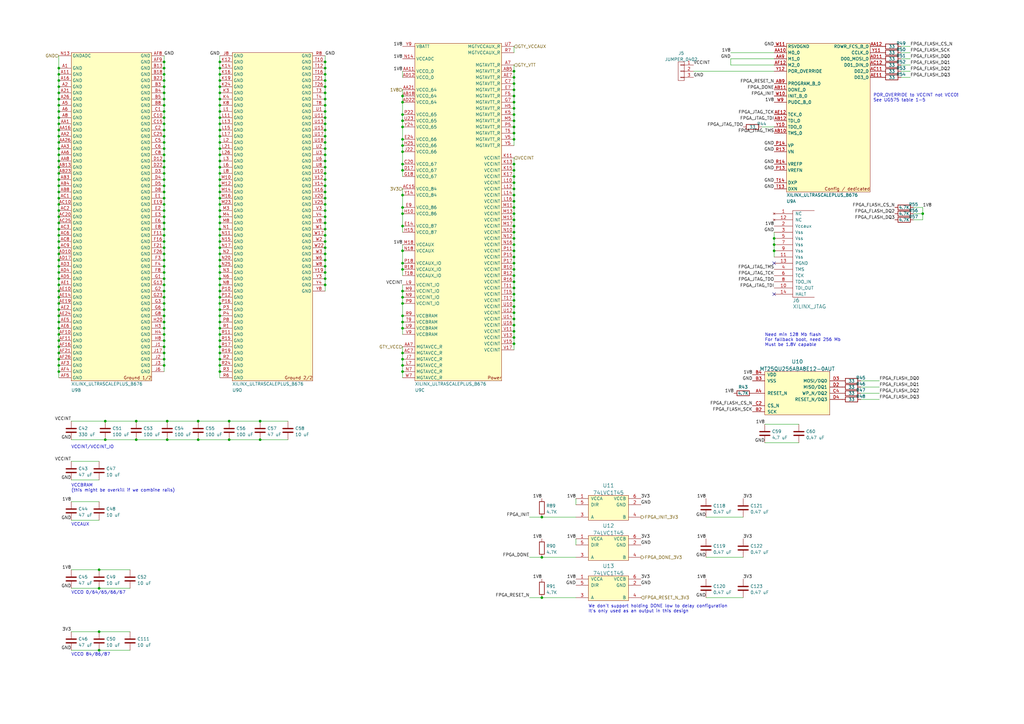
<source format=kicad_sch>
(kicad_sch (version 20211123) (generator eeschema)
  (paper "A3")
  (title_block (title "Kintex Ultrascale+ OshPark For The Lulz") (date "2024-02-06") (rev "0.1") (company "Antikernel Labs") (comment 1 "Andrew D. Zonenberg"))
  (junction (at 165.1 102.87))
  (junction (at 93.98 172.72))
  (junction (at 24.13 101.6))
  (junction (at 165.1 132.08))
  (junction (at 133.35 30.48))
  (junction (at 24.13 83.82))
  (junction (at 90.17 116.84))
  (junction (at 90.17 55.88))
  (junction (at 24.13 73.66))
  (junction (at 165.1 119.38))
  (junction (at 24.13 81.28))
  (junction (at 90.17 71.12))
  (junction (at 67.31 129.54))
  (junction (at 133.35 35.56))
  (junction (at 165.1 121.92))
  (junction (at 24.13 96.52))
  (junction (at 165.1 85.09))
  (junction (at 67.31 121.92))
  (junction (at 133.35 58.42))
  (junction (at 24.13 48.26))
  (junction (at 24.13 142.24))
  (junction (at 133.35 60.96))
  (junction (at 317.5 97.79))
  (junction (at 24.13 86.36))
  (junction (at 90.17 40.64))
  (junction (at 210.82 39.37))
  (junction (at 210.82 128.27))
  (junction (at 210.82 110.49))
  (junction (at 90.17 78.74))
  (junction (at 133.35 45.72))
  (junction (at 24.13 104.14))
  (junction (at 24.13 127))
  (junction (at 67.31 127))
  (junction (at 210.82 130.81))
  (junction (at 90.17 119.38))
  (junction (at 67.31 101.6))
  (junction (at 165.1 49.53))
  (junction (at 133.35 33.02))
  (junction (at 67.31 93.98))
  (junction (at 24.13 27.94))
  (junction (at 165.1 107.95))
  (junction (at 67.31 139.7))
  (junction (at 165.1 110.49))
  (junction (at 133.35 50.8))
  (junction (at 210.82 69.85))
  (junction (at 133.35 38.1))
  (junction (at 210.82 52.07))
  (junction (at 90.17 129.54))
  (junction (at 67.31 83.82))
  (junction (at 67.31 25.4))
  (junction (at 67.31 33.02))
  (junction (at 210.82 41.91))
  (junction (at 90.17 114.3))
  (junction (at 67.31 78.74))
  (junction (at 90.17 63.5))
  (junction (at 24.13 147.32))
  (junction (at 210.82 49.53))
  (junction (at 165.1 62.23))
  (junction (at 90.17 43.18))
  (junction (at 90.17 139.7))
  (junction (at 90.17 132.08))
  (junction (at 165.1 87.63))
  (junction (at 133.35 71.12))
  (junction (at 90.17 48.26))
  (junction (at 67.31 142.24))
  (junction (at 165.1 80.01))
  (junction (at 90.17 33.02))
  (junction (at 68.58 180.34))
  (junction (at 106.68 180.34))
  (junction (at 24.13 63.5))
  (junction (at 222.25 245.11))
  (junction (at 90.17 27.94))
  (junction (at 90.17 127))
  (junction (at 165.1 92.71))
  (junction (at 67.31 66.04))
  (junction (at 67.31 111.76))
  (junction (at 317.5 102.87))
  (junction (at 90.17 25.4))
  (junction (at 210.82 57.15))
  (junction (at 67.31 60.96))
  (junction (at 133.35 106.68))
  (junction (at 210.82 67.31))
  (junction (at 24.13 139.7))
  (junction (at 210.82 118.11))
  (junction (at 90.17 35.56))
  (junction (at 24.13 106.68))
  (junction (at 24.13 50.8))
  (junction (at 67.31 134.62))
  (junction (at 93.98 180.34))
  (junction (at 24.13 93.98))
  (junction (at 67.31 96.52))
  (junction (at 210.82 87.63))
  (junction (at 165.1 149.86))
  (junction (at 317.5 100.33))
  (junction (at 133.35 81.28))
  (junction (at 24.13 55.88))
  (junction (at 90.17 134.62))
  (junction (at 67.31 45.72))
  (junction (at 67.31 109.22))
  (junction (at 67.31 114.3))
  (junction (at 210.82 133.35))
  (junction (at 67.31 48.26))
  (junction (at 67.31 119.38))
  (junction (at 90.17 76.2))
  (junction (at 210.82 92.71))
  (junction (at 210.82 82.55))
  (junction (at 67.31 104.14))
  (junction (at 133.35 96.52))
  (junction (at 90.17 149.86))
  (junction (at 90.17 104.14))
  (junction (at 133.35 53.34))
  (junction (at 24.13 91.44))
  (junction (at 90.17 81.28))
  (junction (at 24.13 30.48))
  (junction (at 210.82 46.99))
  (junction (at 210.82 77.47))
  (junction (at 133.35 109.22))
  (junction (at 67.31 147.32))
  (junction (at 24.13 132.08))
  (junction (at 40.64 241.3))
  (junction (at 67.31 73.66))
  (junction (at 67.31 81.28))
  (junction (at 210.82 72.39))
  (junction (at 67.31 137.16))
  (junction (at 133.35 114.3))
  (junction (at 222.25 228.6))
  (junction (at 165.1 69.85))
  (junction (at 90.17 88.9))
  (junction (at 165.1 124.46))
  (junction (at 24.13 88.9))
  (junction (at 24.13 124.46))
  (junction (at 210.82 140.97))
  (junction (at 24.13 45.72))
  (junction (at 210.82 105.41))
  (junction (at 133.35 101.6))
  (junction (at 67.31 40.64))
  (junction (at 67.31 35.56))
  (junction (at 165.1 59.69))
  (junction (at 210.82 80.01))
  (junction (at 90.17 109.22))
  (junction (at 222.25 212.09))
  (junction (at 210.82 36.83))
  (junction (at 55.88 180.34))
  (junction (at 165.1 39.37))
  (junction (at 210.82 100.33))
  (junction (at 133.35 43.18))
  (junction (at 133.35 116.84))
  (junction (at 90.17 99.06))
  (junction (at 67.31 106.68))
  (junction (at 210.82 31.75))
  (junction (at 210.82 102.87))
  (junction (at 24.13 119.38))
  (junction (at 67.31 50.8))
  (junction (at 90.17 66.04))
  (junction (at 24.13 60.96))
  (junction (at 90.17 38.1))
  (junction (at 210.82 120.65))
  (junction (at 67.31 63.5))
  (junction (at 210.82 97.79))
  (junction (at 133.35 76.2))
  (junction (at 67.31 68.58))
  (junction (at 210.82 34.29))
  (junction (at 210.82 125.73))
  (junction (at 133.35 86.36))
  (junction (at 133.35 63.5))
  (junction (at 90.17 73.66))
  (junction (at 133.35 27.94))
  (junction (at 133.35 93.98))
  (junction (at 24.13 129.54))
  (junction (at 90.17 86.36))
  (junction (at 210.82 74.93))
  (junction (at 90.17 93.98))
  (junction (at 24.13 58.42))
  (junction (at 90.17 101.6))
  (junction (at 210.82 123.19))
  (junction (at 24.13 114.3))
  (junction (at 24.13 111.76))
  (junction (at 24.13 53.34))
  (junction (at 67.31 144.78))
  (junction (at 67.31 38.1))
  (junction (at 133.35 40.64))
  (junction (at 90.17 68.58))
  (junction (at 24.13 35.56))
  (junction (at 90.17 137.16))
  (junction (at 210.82 54.61))
  (junction (at 133.35 78.74))
  (junction (at 90.17 96.52))
  (junction (at 90.17 147.32))
  (junction (at 133.35 88.9))
  (junction (at 90.17 142.24))
  (junction (at 43.18 172.72))
  (junction (at 24.13 33.02))
  (junction (at 67.31 53.34))
  (junction (at 210.82 85.09))
  (junction (at 67.31 132.08))
  (junction (at 67.31 91.44))
  (junction (at 67.31 71.12))
  (junction (at 67.31 88.9))
  (junction (at 133.35 99.06))
  (junction (at 24.13 68.58))
  (junction (at 43.18 180.34))
  (junction (at 165.1 57.15))
  (junction (at 165.1 147.32))
  (junction (at 90.17 124.46))
  (junction (at 90.17 45.72))
  (junction (at 90.17 58.42))
  (junction (at 90.17 83.82))
  (junction (at 210.82 29.21))
  (junction (at 133.35 55.88))
  (junction (at 81.28 180.34))
  (junction (at 24.13 66.04))
  (junction (at 90.17 152.4))
  (junction (at 210.82 95.25))
  (junction (at 133.35 91.44))
  (junction (at 133.35 73.66))
  (junction (at 40.64 266.7))
  (junction (at 68.58 172.72))
  (junction (at 90.17 60.96))
  (junction (at 67.31 116.84))
  (junction (at 210.82 90.17))
  (junction (at 90.17 121.92))
  (junction (at 90.17 53.34))
  (junction (at 24.13 38.1))
  (junction (at 67.31 124.46))
  (junction (at 24.13 152.4))
  (junction (at 67.31 43.18))
  (junction (at 90.17 30.48))
  (junction (at 24.13 71.12))
  (junction (at 24.13 78.74))
  (junction (at 165.1 41.91))
  (junction (at 24.13 137.16))
  (junction (at 210.82 107.95))
  (junction (at 24.13 43.18))
  (junction (at 133.35 25.4))
  (junction (at 210.82 44.45))
  (junction (at 67.31 99.06))
  (junction (at 90.17 50.8))
  (junction (at 210.82 115.57))
  (junction (at 133.35 104.14))
  (junction (at 67.31 30.48))
  (junction (at 210.82 138.43))
  (junction (at 24.13 109.22))
  (junction (at 90.17 144.78))
  (junction (at 106.68 172.72))
  (junction (at 133.35 48.26))
  (junction (at 133.35 66.04))
  (junction (at 67.31 86.36))
  (junction (at 67.31 27.94))
  (junction (at 24.13 116.84))
  (junction (at 24.13 144.78))
  (junction (at 133.35 111.76))
  (junction (at 378.46 87.63))
  (junction (at 40.64 259.08))
  (junction (at 24.13 149.86))
  (junction (at 24.13 134.62))
  (junction (at 165.1 52.07))
  (junction (at 67.31 55.88))
  (junction (at 40.64 233.68))
  (junction (at 165.1 129.54))
  (junction (at 55.88 172.72))
  (junction (at 90.17 106.68))
  (junction (at 165.1 134.62))
  (junction (at 210.82 113.03))
  (junction (at 24.13 76.2))
  (junction (at 24.13 99.06))
  (junction (at 133.35 68.58))
  (junction (at 24.13 121.92))
  (junction (at 165.1 46.99))
  (junction (at 90.17 91.44))
  (junction (at 67.31 76.2))
  (junction (at 165.1 67.31))
  (junction (at 24.13 40.64))
  (junction (at 210.82 135.89))
  (junction (at 67.31 58.42))
  (junction (at 67.31 149.86))
  (junction (at 81.28 172.72))
  (junction (at 165.1 144.78))
  (junction (at 90.17 111.76))
  (junction (at 133.35 83.82))
  (junction (at 165.1 152.4))
  (no_connect (at 317.5 120.65))
  (no_connect (at 317.5 107.95))
  (wire (pts (xy 210.82 115.57) (xy 210.82 118.11)))
  (wire (pts (xy 67.31 48.26) (xy 67.31 50.8)))
  (wire (pts (xy 210.82 105.41) (xy 210.82 107.95)))
  (wire (pts (xy 374.65 87.63) (xy 378.46 87.63)))
  (wire (pts (xy 317.5 97.79) (xy 317.5 100.33)))
  (wire (pts (xy 90.17 25.4) (xy 90.17 27.94)))
  (wire (pts (xy 133.35 27.94) (xy 133.35 30.48)))
  (wire (pts (xy 93.98 172.72) (xy 106.68 172.72)))
  (wire (pts (xy 67.31 66.04) (xy 67.31 68.58)))
  (wire (pts (xy 67.31 147.32) (xy 67.31 149.86)))
  (wire (pts (xy 67.31 139.7) (xy 67.31 142.24)))
  (wire (pts (xy 90.17 71.12) (xy 90.17 73.66)))
  (wire (pts (xy 29.21 196.85) (xy 40.64 196.85)))
  (wire (pts (xy 67.31 43.18) (xy 67.31 45.72)))
  (wire (pts (xy 24.13 119.38) (xy 24.13 121.92)))
  (wire (pts (xy 24.13 58.42) (xy 24.13 60.96)))
  (wire (pts (xy 222.25 228.6) (xy 236.22 228.6)))
  (wire (pts (xy 210.82 107.95) (xy 210.82 110.49)))
  (wire (pts (xy 90.17 35.56) (xy 90.17 38.1)))
  (wire (pts (xy 90.17 132.08) (xy 90.17 134.62)))
  (wire (pts (xy 133.35 38.1) (xy 133.35 40.64)))
  (wire (pts (xy 67.31 40.64) (xy 67.31 43.18)))
  (wire (pts (xy 67.31 83.82) (xy 67.31 86.36)))
  (wire (pts (xy 133.35 88.9) (xy 133.35 91.44)))
  (wire (pts (xy 299.72 24.13) (xy 317.5 24.13)))
  (wire (pts (xy 133.35 81.28) (xy 133.35 83.82)))
  (wire (pts (xy 90.17 121.92) (xy 90.17 124.46)))
  (wire (pts (xy 67.31 101.6) (xy 67.31 104.14)))
  (wire (pts (xy 210.82 95.25) (xy 210.82 97.79)))
  (wire (pts (xy 90.17 124.46) (xy 90.17 127)))
  (wire (pts (xy 90.17 149.86) (xy 90.17 152.4)))
  (wire (pts (xy 236.22 204.47) (xy 236.22 207.01)))
  (wire (pts (xy 289.56 228.6) (xy 304.8 228.6)))
  (wire (pts (xy 369.57 29.21) (xy 373.38 29.21)))
  (wire (pts (xy 67.31 114.3) (xy 67.31 116.84)))
  (wire (pts (xy 133.35 55.88) (xy 133.35 58.42)))
  (wire (pts (xy 90.17 93.98) (xy 90.17 96.52)))
  (wire (pts (xy 90.17 104.14) (xy 90.17 106.68)))
  (wire (pts (xy 90.17 134.62) (xy 90.17 137.16)))
  (wire (pts (xy 210.82 52.07) (xy 210.82 54.61)))
  (wire (pts (xy 133.35 101.6) (xy 133.35 104.14)))
  (wire (pts (xy 67.31 35.56) (xy 67.31 38.1)))
  (wire (pts (xy 210.82 69.85) (xy 210.82 72.39)))
  (wire (pts (xy 369.57 26.67) (xy 373.38 26.67)))
  (wire (pts (xy 24.13 106.68) (xy 24.13 109.22)))
  (wire (pts (xy 55.88 172.72) (xy 68.58 172.72)))
  (wire (pts (xy 210.82 64.77) (xy 210.82 67.31)))
  (wire (pts (xy 90.17 60.96) (xy 90.17 63.5)))
  (wire (pts (xy 133.35 99.06) (xy 133.35 101.6)))
  (wire (pts (xy 90.17 96.52) (xy 90.17 99.06)))
  (wire (pts (xy 210.82 29.21) (xy 210.82 31.75)))
  (wire (pts (xy 210.82 44.45) (xy 210.82 46.99)))
  (wire (pts (xy 289.56 212.09) (xy 304.8 212.09)))
  (wire (pts (xy 106.68 180.34) (xy 118.11 180.34)))
  (wire (pts (xy 90.17 78.74) (xy 90.17 81.28)))
  (wire (pts (xy 24.13 104.14) (xy 24.13 106.68)))
  (wire (pts (xy 210.82 123.19) (xy 210.82 125.73)))
  (wire (pts (xy 210.82 97.79) (xy 210.82 100.33)))
  (wire (pts (xy 24.13 40.64) (xy 24.13 43.18)))
  (wire (pts (xy 67.31 127) (xy 67.31 129.54)))
  (wire (pts (xy 67.31 132.08) (xy 67.31 134.62)))
  (wire (pts (xy 133.35 76.2) (xy 133.35 78.74)))
  (wire (pts (xy 24.13 147.32) (xy 24.13 149.86)))
  (wire (pts (xy 210.82 92.71) (xy 210.82 95.25)))
  (wire (pts (xy 133.35 43.18) (xy 133.35 45.72)))
  (wire (pts (xy 210.82 135.89) (xy 210.82 138.43)))
  (wire (pts (xy 90.17 63.5) (xy 90.17 66.04)))
  (wire (pts (xy 67.31 121.92) (xy 67.31 124.46)))
  (wire (pts (xy 67.31 58.42) (xy 67.31 60.96)))
  (wire (pts (xy 81.28 180.34) (xy 93.98 180.34)))
  (wire (pts (xy 165.1 52.07) (xy 165.1 57.15)))
  (wire (pts (xy 165.1 62.23) (xy 165.1 67.31)))
  (wire (pts (xy 210.82 85.09) (xy 210.82 87.63)))
  (wire (pts (xy 24.13 152.4) (xy 24.13 154.94)))
  (wire (pts (xy 67.31 134.62) (xy 67.31 137.16)))
  (wire (pts (xy 24.13 101.6) (xy 24.13 104.14)))
  (wire (pts (xy 24.13 127) (xy 24.13 129.54)))
  (wire (pts (xy 165.1 67.31) (xy 165.1 69.85)))
  (wire (pts (xy 67.31 53.34) (xy 67.31 55.88)))
  (wire (pts (xy 317.5 95.25) (xy 317.5 97.79)))
  (wire (pts (xy 67.31 25.4) (xy 67.31 27.94)))
  (wire (pts (xy 24.13 27.94) (xy 24.13 30.48)))
  (wire (pts (xy 317.5 100.33) (xy 317.5 102.87)))
  (wire (pts (xy 90.17 83.82) (xy 90.17 86.36)))
  (wire (pts (xy 210.82 133.35) (xy 210.82 135.89)))
  (wire (pts (xy 165.1 116.84) (xy 165.1 119.38)))
  (wire (pts (xy 210.82 54.61) (xy 210.82 57.15)))
  (wire (pts (xy 67.31 116.84) (xy 67.31 119.38)))
  (wire (pts (xy 90.17 76.2) (xy 90.17 78.74)))
  (wire (pts (xy 210.82 100.33) (xy 210.82 102.87)))
  (wire (pts (xy 24.13 129.54) (xy 24.13 132.08)))
  (wire (pts (xy 133.35 106.68) (xy 133.35 109.22)))
  (wire (pts (xy 67.31 124.46) (xy 67.31 127)))
  (wire (pts (xy 312.42 52.07) (xy 317.5 52.07)))
  (wire (pts (xy 67.31 149.86) (xy 67.31 152.4)))
  (wire (pts (xy 67.31 104.14) (xy 67.31 106.68)))
  (wire (pts (xy 67.31 96.52) (xy 67.31 99.06)))
  (wire (pts (xy 90.17 22.86) (xy 90.17 25.4)))
  (wire (pts (xy 29.21 213.36) (xy 40.64 213.36)))
  (wire (pts (xy 67.31 144.78) (xy 67.31 147.32)))
  (wire (pts (xy 67.31 109.22) (xy 67.31 111.76)))
  (wire (pts (xy 210.82 74.93) (xy 210.82 77.47)))
  (wire (pts (xy 24.13 137.16) (xy 24.13 139.7)))
  (wire (pts (xy 29.21 241.3) (xy 40.64 241.3)))
  (wire (pts (xy 299.72 26.67) (xy 317.5 26.67)))
  (wire (pts (xy 24.13 66.04) (xy 24.13 68.58)))
  (wire (pts (xy 133.35 73.66) (xy 133.35 76.2)))
  (wire (pts (xy 24.13 71.12) (xy 24.13 73.66)))
  (wire (pts (xy 90.17 43.18) (xy 90.17 45.72)))
  (wire (pts (xy 133.35 71.12) (xy 133.35 73.66)))
  (wire (pts (xy 165.1 134.62) (xy 165.1 137.16)))
  (wire (pts (xy 210.82 46.99) (xy 210.82 49.53)))
  (wire (pts (xy 210.82 80.01) (xy 210.82 82.55)))
  (wire (pts (xy 24.13 33.02) (xy 24.13 35.56)))
  (wire (pts (xy 24.13 91.44) (xy 24.13 93.98)))
  (wire (pts (xy 24.13 88.9) (xy 24.13 91.44)))
  (wire (pts (xy 106.68 172.72) (xy 118.11 172.72)))
  (wire (pts (xy 165.1 121.92) (xy 165.1 124.46)))
  (wire (pts (xy 165.1 110.49) (xy 165.1 113.03)))
  (wire (pts (xy 133.35 30.48) (xy 133.35 33.02)))
  (wire (pts (xy 165.1 152.4) (xy 165.1 154.94)))
  (wire (pts (xy 90.17 40.64) (xy 90.17 43.18)))
  (wire (pts (xy 133.35 104.14) (xy 133.35 106.68)))
  (wire (pts (xy 67.31 55.88) (xy 67.31 58.42)))
  (wire (pts (xy 165.1 69.85) (xy 165.1 72.39)))
  (wire (pts (xy 133.35 48.26) (xy 133.35 50.8)))
  (wire (pts (xy 90.17 30.48) (xy 90.17 33.02)))
  (wire (pts (xy 90.17 142.24) (xy 90.17 144.78)))
  (wire (pts (xy 90.17 48.26) (xy 90.17 50.8)))
  (wire (pts (xy 67.31 142.24) (xy 67.31 144.78)))
  (wire (pts (xy 24.13 124.46) (xy 24.13 127)))
  (wire (pts (xy 24.13 43.18) (xy 24.13 45.72)))
  (wire (pts (xy 165.1 124.46) (xy 165.1 129.54)))
  (wire (pts (xy 369.57 19.05) (xy 373.38 19.05)))
  (wire (pts (xy 165.1 80.01) (xy 165.1 85.09)))
  (wire (pts (xy 165.1 29.21) (xy 165.1 31.75)))
  (wire (pts (xy 289.56 245.11) (xy 304.8 245.11)))
  (wire (pts (xy 90.17 152.4) (xy 90.17 154.94)))
  (wire (pts (xy 67.31 119.38) (xy 67.31 121.92)))
  (wire (pts (xy 90.17 50.8) (xy 90.17 53.34)))
  (wire (pts (xy 67.31 76.2) (xy 67.31 78.74)))
  (wire (pts (xy 165.1 87.63) (xy 165.1 92.71)))
  (wire (pts (xy 378.46 85.09) (xy 378.46 87.63)))
  (wire (pts (xy 29.21 266.7) (xy 40.64 266.7)))
  (wire (pts (xy 24.13 35.56) (xy 24.13 38.1)))
  (wire (pts (xy 90.17 144.78) (xy 90.17 147.32)))
  (wire (pts (xy 67.31 33.02) (xy 67.31 35.56)))
  (wire (pts (xy 24.13 53.34) (xy 24.13 55.88)))
  (wire (pts (xy 24.13 96.52) (xy 24.13 99.06)))
  (wire (pts (xy 210.82 26.67) (xy 210.82 29.21)))
  (wire (pts (xy 67.31 30.48) (xy 67.31 33.02)))
  (wire (pts (xy 90.17 106.68) (xy 90.17 109.22)))
  (wire (pts (xy 67.31 60.96) (xy 67.31 63.5)))
  (wire (pts (xy 378.46 90.17) (xy 374.65 90.17)))
  (wire (pts (xy 165.1 41.91) (xy 165.1 46.99)))
  (wire (pts (xy 353.06 161.29) (xy 360.68 161.29)))
  (wire (pts (xy 133.35 35.56) (xy 133.35 38.1)))
  (wire (pts (xy 165.1 142.24) (xy 165.1 144.78)))
  (wire (pts (xy 317.5 102.87) (xy 317.5 105.41)))
  (wire (pts (xy 90.17 91.44) (xy 90.17 93.98)))
  (wire (pts (xy 24.13 149.86) (xy 24.13 152.4)))
  (wire (pts (xy 24.13 63.5) (xy 24.13 66.04)))
  (wire (pts (xy 133.35 91.44) (xy 133.35 93.98)))
  (wire (pts (xy 67.31 45.72) (xy 67.31 48.26)))
  (wire (pts (xy 24.13 134.62) (xy 24.13 137.16)))
  (wire (pts (xy 217.17 212.09) (xy 222.25 212.09)))
  (wire (pts (xy 90.17 129.54) (xy 90.17 132.08)))
  (wire (pts (xy 222.25 212.09) (xy 236.22 212.09)))
  (wire (pts (xy 29.21 205.74) (xy 40.64 205.74)))
  (wire (pts (xy 165.1 39.37) (xy 165.1 41.91)))
  (wire (pts (xy 369.57 24.13) (xy 373.38 24.13)))
  (wire (pts (xy 67.31 93.98) (xy 67.31 96.52)))
  (wire (pts (xy 210.82 120.65) (xy 210.82 123.19)))
  (wire (pts (xy 90.17 127) (xy 90.17 129.54)))
  (wire (pts (xy 313.69 181.61) (xy 327.66 181.61)))
  (wire (pts (xy 24.13 45.72) (xy 24.13 48.26)))
  (wire (pts (xy 313.69 173.99) (xy 327.66 173.99)))
  (wire (pts (xy 210.82 138.43) (xy 210.82 140.97)))
  (wire (pts (xy 133.35 96.52) (xy 133.35 99.06)))
  (wire (pts (xy 55.88 180.34) (xy 68.58 180.34)))
  (wire (pts (xy 133.35 83.82) (xy 133.35 86.36)))
  (wire (pts (xy 90.17 101.6) (xy 90.17 104.14)))
  (wire (pts (xy 67.31 111.76) (xy 67.31 114.3)))
  (wire (pts (xy 67.31 81.28) (xy 67.31 83.82)))
  (wire (pts (xy 133.35 114.3) (xy 133.35 116.84)))
  (wire (pts (xy 90.17 119.38) (xy 90.17 121.92)))
  (wire (pts (xy 43.18 172.72) (xy 55.88 172.72)))
  (wire (pts (xy 81.28 172.72) (xy 93.98 172.72)))
  (wire (pts (xy 24.13 48.26) (xy 24.13 50.8)))
  (wire (pts (xy 165.1 85.09) (xy 165.1 87.63)))
  (wire (pts (xy 67.31 86.36) (xy 67.31 88.9)))
  (wire (pts (xy 299.72 21.59) (xy 317.5 21.59)))
  (wire (pts (xy 210.82 41.91) (xy 210.82 44.45)))
  (wire (pts (xy 210.82 77.47) (xy 210.82 80.01)))
  (wire (pts (xy 165.1 119.38) (xy 165.1 121.92)))
  (wire (pts (xy 210.82 90.17) (xy 210.82 92.71)))
  (wire (pts (xy 90.17 66.04) (xy 90.17 68.58)))
  (wire (pts (xy 90.17 86.36) (xy 90.17 88.9)))
  (wire (pts (xy 67.31 50.8) (xy 67.31 53.34)))
  (wire (pts (xy 24.13 83.82) (xy 24.13 86.36)))
  (wire (pts (xy 133.35 40.64) (xy 133.35 43.18)))
  (wire (pts (xy 133.35 53.34) (xy 133.35 55.88)))
  (wire (pts (xy 90.17 55.88) (xy 90.17 58.42)))
  (wire (pts (xy 90.17 73.66) (xy 90.17 76.2)))
  (wire (pts (xy 133.35 111.76) (xy 133.35 114.3)))
  (wire (pts (xy 90.17 99.06) (xy 90.17 101.6)))
  (wire (pts (xy 165.1 57.15) (xy 165.1 59.69)))
  (wire (pts (xy 165.1 129.54) (xy 165.1 132.08)))
  (wire (pts (xy 90.17 139.7) (xy 90.17 142.24)))
  (wire (pts (xy 236.22 220.98) (xy 236.22 223.52)))
  (wire (pts (xy 67.31 71.12) (xy 67.31 73.66)))
  (wire (pts (xy 67.31 99.06) (xy 67.31 101.6)))
  (wire (pts (xy 165.1 36.83) (xy 165.1 39.37)))
  (wire (pts (xy 67.31 129.54) (xy 67.31 132.08)))
  (wire (pts (xy 90.17 53.34) (xy 90.17 55.88)))
  (wire (pts (xy 24.13 22.86) (xy 24.13 27.94)))
  (wire (pts (xy 133.35 68.58) (xy 133.35 71.12)))
  (wire (pts (xy 378.46 87.63) (xy 378.46 90.17)))
  (wire (pts (xy 210.82 34.29) (xy 210.82 36.83)))
  (wire (pts (xy 67.31 27.94) (xy 67.31 30.48)))
  (wire (pts (xy 133.35 58.42) (xy 133.35 60.96)))
  (wire (pts (xy 133.35 45.72) (xy 133.35 48.26)))
  (wire (pts (xy 24.13 144.78) (xy 24.13 147.32)))
  (wire (pts (xy 40.64 241.3) (xy 53.34 241.3)))
  (wire (pts (xy 165.1 49.53) (xy 165.1 52.07)))
  (wire (pts (xy 133.35 33.02) (xy 133.35 35.56)))
  (wire (pts (xy 353.06 158.75) (xy 360.68 158.75)))
  (wire (pts (xy 165.1 102.87) (xy 165.1 107.95)))
  (wire (pts (xy 40.64 266.7) (xy 53.34 266.7)))
  (wire (pts (xy 67.31 63.5) (xy 67.31 66.04)))
  (wire (pts (xy 29.21 172.72) (xy 43.18 172.72)))
  (wire (pts (xy 24.13 68.58) (xy 24.13 71.12)))
  (wire (pts (xy 24.13 50.8) (xy 24.13 53.34)))
  (wire (pts (xy 284.48 29.21) (xy 317.5 29.21)))
  (wire (pts (xy 133.35 78.74) (xy 133.35 81.28)))
  (wire (pts (xy 165.1 77.47) (xy 165.1 80.01)))
  (wire (pts (xy 133.35 93.98) (xy 133.35 96.52)))
  (wire (pts (xy 374.65 85.09) (xy 378.46 85.09)))
  (wire (pts (xy 24.13 109.22) (xy 24.13 111.76)))
  (wire (pts (xy 24.13 114.3) (xy 24.13 116.84)))
  (wire (pts (xy 24.13 78.74) (xy 24.13 81.28)))
  (wire (pts (xy 217.17 228.6) (xy 222.25 228.6)))
  (wire (pts (xy 133.35 25.4) (xy 133.35 27.94)))
  (wire (pts (xy 67.31 88.9) (xy 67.31 91.44)))
  (wire (pts (xy 90.17 114.3) (xy 90.17 116.84)))
  (wire (pts (xy 369.57 31.75) (xy 373.38 31.75)))
  (wire (pts (xy 165.1 132.08) (xy 165.1 134.62)))
  (wire (pts (xy 24.13 99.06) (xy 24.13 101.6)))
  (wire (pts (xy 210.82 72.39) (xy 210.82 74.93)))
  (wire (pts (xy 90.17 33.02) (xy 90.17 35.56)))
  (wire (pts (xy 210.82 130.81) (xy 210.82 133.35)))
  (wire (pts (xy 24.13 55.88) (xy 24.13 58.42)))
  (wire (pts (xy 133.35 109.22) (xy 133.35 111.76)))
  (wire (pts (xy 210.82 87.63) (xy 210.82 90.17)))
  (wire (pts (xy 24.13 60.96) (xy 24.13 63.5)))
  (wire (pts (xy 90.17 58.42) (xy 90.17 60.96)))
  (wire (pts (xy 90.17 111.76) (xy 90.17 114.3)))
  (wire (pts (xy 217.17 245.11) (xy 222.25 245.11)))
  (wire (pts (xy 67.31 78.74) (xy 67.31 81.28)))
  (wire (pts (xy 90.17 147.32) (xy 90.17 149.86)))
  (wire (pts (xy 90.17 68.58) (xy 90.17 71.12)))
  (wire (pts (xy 165.1 149.86) (xy 165.1 152.4)))
  (wire (pts (xy 24.13 139.7) (xy 24.13 142.24)))
  (wire (pts (xy 353.06 156.21) (xy 360.68 156.21)))
  (wire (pts (xy 210.82 19.05) (xy 210.82 21.59)))
  (wire (pts (xy 29.21 180.34) (xy 43.18 180.34)))
  (wire (pts (xy 210.82 39.37) (xy 210.82 41.91)))
  (wire (pts (xy 29.21 259.08) (xy 40.64 259.08)))
  (wire (pts (xy 133.35 60.96) (xy 133.35 63.5)))
  (wire (pts (xy 24.13 81.28) (xy 24.13 83.82)))
  (wire (pts (xy 210.82 36.83) (xy 210.82 39.37)))
  (wire (pts (xy 24.13 132.08) (xy 24.13 134.62)))
  (wire (pts (xy 353.06 163.83) (xy 360.68 163.83)))
  (wire (pts (xy 210.82 67.31) (xy 210.82 69.85)))
  (wire (pts (xy 165.1 59.69) (xy 165.1 62.23)))
  (wire (pts (xy 67.31 68.58) (xy 67.31 71.12)))
  (wire (pts (xy 24.13 121.92) (xy 24.13 124.46)))
  (wire (pts (xy 133.35 86.36) (xy 133.35 88.9)))
  (wire (pts (xy 210.82 113.03) (xy 210.82 115.57)))
  (wire (pts (xy 43.18 180.34) (xy 55.88 180.34)))
  (wire (pts (xy 24.13 86.36) (xy 24.13 88.9)))
  (wire (pts (xy 299.72 24.13) (xy 299.72 26.67)))
  (wire (pts (xy 210.82 102.87) (xy 210.82 105.41)))
  (wire (pts (xy 210.82 128.27) (xy 210.82 130.81)))
  (wire (pts (xy 90.17 137.16) (xy 90.17 139.7)))
  (wire (pts (xy 210.82 57.15) (xy 210.82 59.69)))
  (wire (pts (xy 93.98 180.34) (xy 106.68 180.34)))
  (wire (pts (xy 165.1 46.99) (xy 165.1 49.53)))
  (wire (pts (xy 24.13 38.1) (xy 24.13 40.64)))
  (wire (pts (xy 29.21 233.68) (xy 40.64 233.68)))
  (wire (pts (xy 24.13 116.84) (xy 24.13 119.38)))
  (wire (pts (xy 90.17 109.22) (xy 90.17 111.76)))
  (wire (pts (xy 222.25 245.11) (xy 236.22 245.11)))
  (wire (pts (xy 68.58 172.72) (xy 81.28 172.72)))
  (wire (pts (xy 67.31 137.16) (xy 67.31 139.7)))
  (wire (pts (xy 40.64 233.68) (xy 53.34 233.68)))
  (wire (pts (xy 210.82 31.75) (xy 210.82 34.29)))
  (wire (pts (xy 90.17 81.28) (xy 90.17 83.82)))
  (wire (pts (xy 133.35 66.04) (xy 133.35 68.58)))
  (wire (pts (xy 133.35 63.5) (xy 133.35 66.04)))
  (wire (pts (xy 133.35 50.8) (xy 133.35 53.34)))
  (wire (pts (xy 165.1 107.95) (xy 165.1 110.49)))
  (wire (pts (xy 67.31 106.68) (xy 67.31 109.22)))
  (wire (pts (xy 68.58 180.34) (xy 81.28 180.34)))
  (wire (pts (xy 165.1 100.33) (xy 165.1 102.87)))
  (wire (pts (xy 90.17 45.72) (xy 90.17 48.26)))
  (wire (pts (xy 90.17 116.84) (xy 90.17 119.38)))
  (wire (pts (xy 133.35 22.86) (xy 133.35 25.4)))
  (wire (pts (xy 90.17 38.1) (xy 90.17 40.64)))
  (wire (pts (xy 67.31 91.44) (xy 67.31 93.98)))
  (wire (pts (xy 24.13 76.2) (xy 24.13 78.74)))
  (wire (pts (xy 24.13 30.48) (xy 24.13 33.02)))
  (wire (pts (xy 210.82 82.55) (xy 210.82 85.09)))
  (wire (pts (xy 24.13 73.66) (xy 24.13 76.2)))
  (wire (pts (xy 369.57 21.59) (xy 373.38 21.59)))
  (wire (pts (xy 24.13 93.98) (xy 24.13 96.52)))
  (wire (pts (xy 24.13 142.24) (xy 24.13 144.78)))
  (wire (pts (xy 210.82 140.97) (xy 210.82 143.51)))
  (wire (pts (xy 67.31 38.1) (xy 67.31 40.64)))
  (wire (pts (xy 90.17 88.9) (xy 90.17 91.44)))
  (wire (pts (xy 133.35 116.84) (xy 133.35 119.38)))
  (wire (pts (xy 210.82 49.53) (xy 210.82 52.07)))
  (wire (pts (xy 165.1 144.78) (xy 165.1 147.32)))
  (wire (pts (xy 67.31 73.66) (xy 67.31 76.2)))
  (wire (pts (xy 210.82 118.11) (xy 210.82 120.65)))
  (wire (pts (xy 24.13 111.76) (xy 24.13 114.3)))
  (wire (pts (xy 29.21 189.23) (xy 40.64 189.23)))
  (wire (pts (xy 90.17 27.94) (xy 90.17 30.48)))
  (wire (pts (xy 165.1 92.71) (xy 165.1 95.25)))
  (wire (pts (xy 67.31 22.86) (xy 67.31 25.4)))
  (wire (pts (xy 40.64 259.08) (xy 53.34 259.08)))
  (wire (pts (xy 210.82 125.73) (xy 210.82 128.27)))
  (wire (pts (xy 210.82 110.49) (xy 210.82 113.03)))
  (wire (pts (xy 165.1 147.32) (xy 165.1 149.86)))
  (text "POR_OVERRIDE to VCCINT not VCCO!\nSee UG575 table 1-5" (at 358.14 41.91 0) (effects (font (size 1.27 1.27)) (justify left bottom)))
  (text "VCCINT/VCCINT_IO" (at 29.21 184.15 0) (effects (font (size 1.27 1.27)) (justify left bottom)))
  (text "VCCAUX" (at 29.21 215.9 0) (effects (font (size 1.27 1.27)) (justify left bottom)))
  (text "VCCO 84/86/87" (at 29.21 269.24 0) (effects (font (size 1.27 1.27)) (justify left bottom)))
  (text "Need min 128 Mb flash\nFor fallback boot, need 256 Mb\nMust be 1.8V capable" (at 313.69 142.24 0) (effects (font (size 1.27 1.27)) (justify left bottom)))
  (text "VCCBRAM\n(this might be overkill if we combine rails)" (at 29.21 201.93 0) (effects (font (size 1.27 1.27)) (justify left bottom)))
  (text "VCCO 0/64/65/66/67" (at 29.21 243.84 0) (effects (font (size 1.27 1.27)) (justify left bottom)))
  (text "We don't support holding DONE low to delay configuration\nIt's only used as an output in this design" (at 241.3 251.46 0) (effects (font (size 1.27 1.27)) (justify left bottom)))
  (label "GND" (at 284.48 31.75 0))
  (label "VCCINT" (at 284.48 26.67 0))
  (label "3V3" (at 262.89 204.47 0))
  (label "1V8" (at 165.1 100.33 180))
  (label "GND" (at 262.89 240.03 0))
  (label "1V8" (at 165.1 24.13 180))
  (label "GND" (at 317.5 67.31 180))
  (label "1V8" (at 317.5 41.91 180))
  (label "VCCINT" (at 29.21 172.72 180))
  (label "FPGA_DONE" (at 317.5 36.83 180))
  (label "GND" (at 317.5 74.93 180))
  (label "3V3" (at 262.89 237.49 0))
  (label "1V8" (at 29.21 233.68 180))
  (label "FPGA_DONE" (at 217.17 228.6 180))
  (label "FPGA_FLASH_DQ2" (at 360.68 161.29 0))
  (label "FPGA_FLASH_CS_N" (at 308.61 166.37 180))
  (label "1V8" (at 236.22 204.47 180))
  (label "FPGA_INIT" (at 217.17 212.09 180))
  (label "GND" (at 262.89 207.01 0))
  (label "FPGA_FLASH_DQ2" (at 373.38 29.21 0))
  (label "1V8" (at 289.56 237.49 180))
  (label "GND" (at 289.56 228.6 180))
  (label "1V8" (at 222.25 220.98 180))
  (label "GND" (at 299.72 24.13 180))
  (label "FPGA_RESET_N" (at 317.5 34.29 180))
  (label "1V8" (at 165.1 19.05 180))
  (label "VCCINT" (at 29.21 189.23 180))
  (label "1V8" (at 317.5 92.71 180))
  (label "FPGA_JTAG_TCK" (at 317.5 46.99 180))
  (label "VCCINT" (at 165.1 116.84 180))
  (label "FPGA_JTAG_TCK" (at 317.5 113.03 180))
  (label "FPGA_FLASH_CS_N" (at 367.03 85.09 180))
  (label "GND" (at 289.56 245.11 180))
  (label "1V8" (at 289.56 220.98 180))
  (label "GND" (at 313.69 181.61 180))
  (label "GND" (at 90.17 22.86 180))
  (label "FPGA_JTAG_TMS" (at 317.5 54.61 180))
  (label "1V8" (at 222.25 204.47 180))
  (label "GND" (at 29.21 213.36 180))
  (label "1V8" (at 378.46 85.09 0))
  (label "1V8" (at 222.25 237.49 180))
  (label "FPGA_JTAG_TDO" (at 304.8 52.07 180))
  (label "GND" (at 289.56 212.09 180))
  (label "1V8" (at 308.61 153.67 180))
  (label "FPGA_FLASH_SCK" (at 308.61 168.91 180))
  (label "GND" (at 133.35 22.86 0))
  (label "GND" (at 317.5 62.23 180))
  (label "GND" (at 29.21 180.34 180))
  (label "1V8" (at 289.56 204.47 180))
  (label "3V3" (at 304.8 204.47 0))
  (label "GND" (at 29.21 196.85 180))
  (label "FPGA_FLASH_SCK" (at 373.38 21.59 0))
  (label "FPGA_INIT" (at 317.5 39.37 180))
  (label "1V8" (at 236.22 237.49 180))
  (label "FPGA_RESET_N" (at 217.17 245.11 180))
  (label "FPGA_FLASH_DQ3" (at 367.03 90.17 180))
  (label "GND" (at 67.31 22.86 0))
  (label "1V8" (at 313.69 173.99 180))
  (label "GND" (at 262.89 223.52 0))
  (label "GND" (at 317.5 19.05 180))
  (label "3V3" (at 304.8 220.98 0))
  (label "3V3" (at 262.89 220.98 0))
  (label "GND" (at 236.22 240.03 180))
  (label "GND" (at 317.5 77.47 180))
  (label "GND" (at 308.61 156.21 180))
  (label "1V8" (at 236.22 220.98 180))
  (label "1V8" (at 29.21 205.74 180))
  (label "FPGA_FLASH_DQ3" (at 360.68 163.83 0))
  (label "1V8" (at 165.1 29.21 180))
  (label "1V8" (at 300.99 161.29 180))
  (label "FPGA_FLASH_DQ2" (at 367.03 87.63 180))
  (label "FPGA_JTAG_TDO" (at 317.5 115.57 180))
  (label "FPGA_JTAG_TDI" (at 317.5 118.11 180))
  (label "FPGA_JTAG_TDI" (at 317.5 49.53 180))
  (label "FPGA_FLASH_DQ3" (at 373.38 31.75 0))
  (label "FPGA_FLASH_DQ0" (at 373.38 24.13 0))
  (label "GND" (at 29.21 241.3 180))
  (label "GND" (at 317.5 69.85 180))
  (label "FPGA_FLASH_DQ1" (at 373.38 26.67 0))
  (label "GND" (at 317.5 95.25 180))
  (label "FPGA_FLASH_DQ0" (at 360.68 156.21 0))
  (label "FPGA_FLASH_DQ1" (at 360.68 158.75 0))
  (label "FPGA_FLASH_CS_N" (at 373.38 19.05 0))
  (label "3V3" (at 304.8 237.49 0))
  (label "FPGA_JTAG_TMS" (at 317.5 110.49 180))
  (label "3V3" (at 29.21 259.08 180))
  (label "1V8" (at 299.72 21.59 180))
  (label "GND" (at 317.5 59.69 180))
  (label "GND" (at 29.21 266.7 180))
  (hierarchical_label "GTY_VCCAUX" (shape input) (at 210.82 19.05 0))
  (hierarchical_label "GND" (shape input) (at 24.13 22.86 180))
  (hierarchical_label "1V8" (shape input) (at 165.1 36.83 180))
  (hierarchical_label "GTY_VTT" (shape input) (at 210.82 26.67 0))
  (hierarchical_label "FPGA_RESET_N_3V3" (shape input) (at 262.89 245.11 0))
  (hierarchical_label "FPGA_INIT_3V3" (shape output) (at 262.89 212.09 0))
  (hierarchical_label "3V3" (shape input) (at 165.1 77.47 180))
  (hierarchical_label "FPGA_DONE_3V3" (shape output) (at 262.89 228.6 0))
  (hierarchical_label "VCCINT" (shape input) (at 210.82 64.77 0))
  (hierarchical_label "GTY_VCC" (shape input) (at 165.1 142.24 180))
  (symbol (lib_id "xilinx-azonenberg:XILINX_ULTRASCALEPLUS_B676") (at 170.18 156.21 0) (unit 3)
    (property "Reference" "U9" (at 170.18 160.02 0) (effects (justify left)))
    (property "Value" "XILINX_ULTRASCALEPLUS_B676" (at 170.18 157.48 0) (effects (justify left)))
    (property "Footprint" "azonenberg_pcb:BGA_676_27x27_FULLARRAY_1MM_FFG676" (effects hide))
  )
  (symbol (lib_id "device:R") (at 222.25 241.3 180) (unit 1)
    (property "Reference" "R91" (at 224.028 240.4653 0) (effects (justify right)))
    (property "Value" "4.7K" (at 224.028 243.0022 0) (effects (justify right)))
    (property "Footprint" "azonenberg_pcb:EIA_0402_RES_NOSILK" (effects hide))
  )
  (symbol (lib_id "device:C") (at 29.21 193.04 0) (unit 1)
    (property "Reference" "C43" (at 32.131 192.2053 0) (effects (justify left)))
    (property "Value" "47 uF" (at 32.131 194.7422 0) (effects (justify left)))
    (property "Footprint" "azonenberg_pcb:EIA_1210_CAP_NOSILK" (effects hide))
  )
  (symbol (lib_id "device:C") (at 29.21 262.89 0) (unit 1)
    (property "Reference" "C46" (at 32.131 262.0553 0) (effects (justify left)))
    (property "Value" "47 uF" (at 32.131 264.5922 0) (effects (justify left)))
    (property "Footprint" "azonenberg_pcb:EIA_1210_CAP_NOSILK" (effects hide))
  )
  (symbol (lib_id "device:C") (at 304.8 241.3 0) (unit 1)
    (property "Reference" "C123" (at 307.721 240.4653 0) (effects (justify left)))
    (property "Value" "0.47 uF" (at 307.721 243.0022 0) (effects (justify left)))
    (property "Footprint" "azonenberg_pcb:EIA_0402_CAP_NOSILK" (effects hide))
  )
  (symbol (lib_id "device:R") (at 365.76 26.67 90) (unit 1)
    (property "Reference" "R52" (at 369.57 25.4 90))
    (property "Value" "33" (at 365.76 26.67 90))
    (property "Footprint" "azonenberg_pcb:EIA_0402_RES_NOSILK" (effects hide))
  )
  (symbol (lib_id "device:C") (at 327.66 177.8 0) (unit 1)
    (property "Reference" "C60" (at 330.581 176.9653 0) (effects (justify left)))
    (property "Value" "0.47 uF" (at 330.581 179.5022 0) (effects (justify left)))
    (property "Footprint" "azonenberg_pcb:EIA_0402_CAP_NOSILK" (effects hide))
  )
  (symbol (lib_id "device:C") (at 304.8 208.28 0) (unit 1)
    (property "Reference" "C121" (at 307.721 207.4453 0) (effects (justify left)))
    (property "Value" "0.47 uF" (at 307.721 209.9822 0) (effects (justify left)))
    (property "Footprint" "azonenberg_pcb:EIA_0402_CAP_NOSILK" (effects hide))
  )
  (symbol (lib_id "device:C") (at 68.58 176.53 0) (unit 1)
    (property "Reference" "C54" (at 71.501 175.6953 0) (effects (justify left)))
    (property "Value" "100 uF" (at 71.501 178.2322 0) (effects (justify left)))
    (property "Footprint" "azonenberg_pcb:EIA_1210_CAP_NOSILK" (effects hide))
  )
  (symbol (lib_id "device:R") (at 349.25 163.83 90) (unit 1)
    (property "Reference" "R48" (at 353.06 162.56 90))
    (property "Value" "33" (at 349.25 163.83 90))
    (property "Footprint" "azonenberg_pcb:EIA_0402_RES_NOSILK" (effects hide))
  )
  (symbol (lib_id "xilinx-azonenberg:XILINX_JTAG") (at 317.5 120.65 0) (unit 1)
    (property "Reference" "J6" (at 325.12 123.19 0) (effects (font (size 1.524 1.524)) (justify left)))
    (property "Value" "XILINX_JTAG" (at 325.12 125.73 0) (effects (font (size 1.524 1.524)) (justify left)))
    (property "Footprint" "azonenberg_pcb:XILINX_JTAG_PTH_MOLEX_0878311420" (effects hide))
  )
  (symbol (lib_id "device:C") (at 29.21 209.55 0) (unit 1)
    (property "Reference" "C44" (at 32.131 208.7153 0) (effects (justify left)))
    (property "Value" "47 uF" (at 32.131 211.2522 0) (effects (justify left)))
    (property "Footprint" "azonenberg_pcb:EIA_1210_CAP_NOSILK" (effects hide))
  )
  (symbol (lib_id "device:R") (at 222.25 208.28 180) (unit 1)
    (property "Reference" "R89" (at 224.028 207.4453 0) (effects (justify right)))
    (property "Value" "4.7K" (at 224.028 209.9822 0) (effects (justify right)))
    (property "Footprint" "azonenberg_pcb:EIA_0402_RES_NOSILK" (effects hide))
  )
  (symbol (lib_id "device:R") (at 349.25 161.29 90) (unit 1)
    (property "Reference" "R47" (at 353.06 160.02 90))
    (property "Value" "33" (at 349.25 161.29 90))
    (property "Footprint" "azonenberg_pcb:EIA_0402_RES_NOSILK" (effects hide))
  )
  (symbol (lib_id "device:C") (at 40.64 209.55 0) (unit 1)
    (property "Reference" "C48" (at 43.561 208.7153 0) (effects (justify left)))
    (property "Value" "10 uF" (at 43.561 211.2522 0) (effects (justify left)))
    (property "Footprint" "azonenberg_pcb:EIA_0805_CAP_NOSILK" (effects hide))
  )
  (symbol (lib_id "device:R") (at 349.25 156.21 90) (unit 1)
    (property "Reference" "R45" (at 353.06 154.94 90))
    (property "Value" "33" (at 349.25 156.21 90))
    (property "Footprint" "azonenberg_pcb:EIA_0402_RES_NOSILK" (effects hide))
  )
  (symbol (lib_id "memory-azonenberg:S25FS064S_BGA") (at 313.69 170.18 0) (unit 1)
    (property "Reference" "U10" (at 327.025 148.3159 0) (effects (font (size 1.524 1.524))))
    (property "Value" "MT25QU256ABA8E12-0AUT" (at 327.025 151.3093 0) (effects (font (size 1.524 1.524))))
    (property "Footprint" "azonenberg_pcb:BGA_24_6x8_DEPOP1_1MM" (effects hide))
  )
  (symbol (lib_id "device:C") (at 93.98 176.53 0) (unit 1)
    (property "Reference" "C56" (at 96.901 175.6953 0) (effects (justify left)))
    (property "Value" "100 uF" (at 96.901 178.2322 0) (effects (justify left)))
    (property "Footprint" "azonenberg_pcb:EIA_1210_CAP_NOSILK" (effects hide))
  )
  (symbol (lib_id "device:C") (at 53.34 262.89 0) (unit 1)
    (property "Reference" "C111" (at 56.261 262.0553 0) (effects (justify left)))
    (property "Value" "10 uF" (at 56.261 264.5922 0) (effects (justify left)))
    (property "Footprint" "azonenberg_pcb:EIA_0805_CAP_NOSILK" (effects hide))
  )
  (symbol (lib_id "device:C") (at 29.21 176.53 0) (unit 1)
    (property "Reference" "C42" (at 32.131 175.6953 0) (effects (justify left)))
    (property "Value" "330 uF" (at 32.131 178.2322 0) (effects (justify left)))
    (property "Footprint" "azonenberg_pcb:EIA_1210_CAP_NOSILK" (effects hide))
  )
  (symbol (lib_id "device:C") (at 81.28 176.53 0) (unit 1)
    (property "Reference" "C55" (at 84.201 175.6953 0) (effects (justify left)))
    (property "Value" "100 uF" (at 84.201 178.2322 0) (effects (justify left)))
    (property "Footprint" "azonenberg_pcb:EIA_1210_CAP_NOSILK" (effects hide))
  )
  (symbol (lib_id "device:R") (at 308.61 52.07 90) (unit 1)
    (property "Reference" "R44" (at 312.42 50.8 90))
    (property "Value" "33" (at 308.61 52.07 90))
    (property "Footprint" "azonenberg_pcb:EIA_0402_RES_NOSILK" (effects hide))
  )
  (symbol (lib_id "device:R") (at 370.84 85.09 90) (unit 1)
    (property "Reference" "R55" (at 374.65 83.82 90))
    (property "Value" "4.7K" (at 370.84 85.09 90))
    (property "Footprint" "azonenberg_pcb:EIA_0402_RES_NOSILK" (effects hide))
  )
  (symbol (lib_id "device:C") (at 289.56 241.3 0) (unit 1)
    (property "Reference" "C120" (at 292.481 240.4653 0) (effects (justify left)))
    (property "Value" "0.47 uF" (at 292.481 243.0022 0) (effects (justify left)))
    (property "Footprint" "azonenberg_pcb:EIA_0402_CAP_NOSILK" (effects hide))
  )
  (symbol (lib_id "special-azonenberg:74LVC1T45") (at 241.3 229.87 0) (unit 1)
    (property "Reference" "U12" (at 249.555 215.6259 0) (effects (font (size 1.524 1.524))))
    (property "Value" "74LVC1T45" (at 249.555 218.6193 0) (effects (font (size 1.524 1.524))))
    (property "Footprint" "azonenberg_pcb:DFN_6_0.5MM_1.6x1.6MM_TI_DPK" (effects hide))
  )
  (symbol (lib_id "device:R") (at 304.8 161.29 90) (unit 1)
    (property "Reference" "R43" (at 304.8 158.75 90))
    (property "Value" "4.7K" (at 304.8 161.29 90))
    (property "Footprint" "azonenberg_pcb:EIA_0402_RES_NOSILK" (effects hide))
  )
  (symbol (lib_id "device:R") (at 370.84 87.63 90) (unit 1)
    (property "Reference" "R56" (at 374.65 86.36 90))
    (property "Value" "4.7K" (at 370.84 87.63 90))
    (property "Footprint" "azonenberg_pcb:EIA_0402_RES_NOSILK" (effects hide))
  )
  (symbol (lib_id "device:C") (at 40.64 262.89 0) (unit 1)
    (property "Reference" "C50" (at 43.561 262.0553 0) (effects (justify left)))
    (property "Value" "10 uF" (at 43.561 264.5922 0) (effects (justify left)))
    (property "Footprint" "azonenberg_pcb:EIA_0805_CAP_NOSILK" (effects hide))
  )
  (symbol (lib_id "special-azonenberg:74LVC1T45") (at 241.3 213.36 0) (unit 1)
    (property "Reference" "U11" (at 249.555 199.1159 0) (effects (font (size 1.524 1.524))))
    (property "Value" "74LVC1T45" (at 249.555 202.1093 0) (effects (font (size 1.524 1.524))))
    (property "Footprint" "azonenberg_pcb:DFN_6_0.5MM_1.6x1.6MM_TI_DPK" (effects hide))
  )
  (symbol (lib_id "device:C") (at 289.56 224.79 0) (unit 1)
    (property "Reference" "C119" (at 292.481 223.9553 0) (effects (justify left)))
    (property "Value" "0.47 uF" (at 292.481 226.4922 0) (effects (justify left)))
    (property "Footprint" "azonenberg_pcb:EIA_0402_CAP_NOSILK" (effects hide))
  )
  (symbol (lib_id "conn:CONN_01X03") (at 279.4 29.21 0) (mirror y) (unit 1)
    (property "Reference" "J5" (at 279.4 21.8272 0))
    (property "Value" "JUMPER_0402" (at 279.4 24.3641 0))
    (property "Footprint" "azonenberg_pcb:EIA_0402_JUMPER" (effects hide))
  )
  (symbol (lib_id "device:R") (at 365.76 31.75 90) (unit 1)
    (property "Reference" "R54" (at 369.57 30.48 90))
    (property "Value" "33" (at 365.76 31.75 90))
    (property "Footprint" "azonenberg_pcb:EIA_0402_RES_NOSILK" (effects hide))
  )
  (symbol (lib_id "xilinx-azonenberg:XILINX_ULTRASCALEPLUS_B676") (at 29.21 156.21 0) (unit 2)
    (property "Reference" "U9" (at 29.21 160.02 0) (effects (justify left)))
    (property "Value" "XILINX_ULTRASCALEPLUS_B676" (at 29.21 157.48 0) (effects (justify left)))
    (property "Footprint" "azonenberg_pcb:BGA_676_27x27_FULLARRAY_1MM_FFG676" (effects hide))
  )
  (symbol (lib_id "device:C") (at 40.64 237.49 0) (unit 1)
    (property "Reference" "C49" (at 43.561 236.6553 0) (effects (justify left)))
    (property "Value" "10 uF" (at 43.561 239.1922 0) (effects (justify left)))
    (property "Footprint" "azonenberg_pcb:EIA_0805_CAP_NOSILK" (effects hide))
  )
  (symbol (lib_id "device:R") (at 365.76 21.59 90) (unit 1)
    (property "Reference" "R50" (at 369.57 20.32 90))
    (property "Value" "33" (at 365.76 21.59 90))
    (property "Footprint" "azonenberg_pcb:EIA_0402_RES_NOSILK" (effects hide))
  )
  (symbol (lib_id "device:C") (at 55.88 176.53 0) (unit 1)
    (property "Reference" "C53" (at 58.801 175.6953 0) (effects (justify left)))
    (property "Value" "100 uF" (at 58.801 178.2322 0) (effects (justify left)))
    (property "Footprint" "azonenberg_pcb:EIA_1210_CAP_NOSILK" (effects hide))
  )
  (symbol (lib_id "device:R") (at 349.25 158.75 90) (unit 1)
    (property "Reference" "R46" (at 353.06 157.48 90))
    (property "Value" "33" (at 349.25 158.75 90))
    (property "Footprint" "azonenberg_pcb:EIA_0402_RES_NOSILK" (effects hide))
  )
  (symbol (lib_id "special-azonenberg:74LVC1T45") (at 241.3 246.38 0) (unit 1)
    (property "Reference" "U13" (at 249.555 232.1359 0) (effects (font (size 1.524 1.524))))
    (property "Value" "74LVC1T45" (at 249.555 235.1293 0) (effects (font (size 1.524 1.524))))
    (property "Footprint" "azonenberg_pcb:DFN_6_0.5MM_1.6x1.6MM_TI_DPK" (effects hide))
  )
  (symbol (lib_id "device:R") (at 365.76 29.21 90) (unit 1)
    (property "Reference" "R53" (at 369.57 27.94 90))
    (property "Value" "33" (at 365.76 29.21 90))
    (property "Footprint" "azonenberg_pcb:EIA_0402_RES_NOSILK" (effects hide))
  )
  (symbol (lib_id "device:C") (at 304.8 224.79 0) (unit 1)
    (property "Reference" "C122" (at 307.721 223.9553 0) (effects (justify left)))
    (property "Value" "0.47 uF" (at 307.721 226.4922 0) (effects (justify left)))
    (property "Footprint" "azonenberg_pcb:EIA_0402_CAP_NOSILK" (effects hide))
  )
  (symbol (lib_id "device:C") (at 106.68 176.53 0) (unit 1)
    (property "Reference" "C57" (at 109.601 175.6953 0) (effects (justify left)))
    (property "Value" "47 uF" (at 109.601 178.2322 0) (effects (justify left)))
    (property "Footprint" "azonenberg_pcb:EIA_1210_CAP_NOSILK" (effects hide))
  )
  (symbol (lib_id "device:R") (at 365.76 19.05 90) (unit 1)
    (property "Reference" "R49" (at 369.57 17.78 90))
    (property "Value" "33" (at 365.76 19.05 90))
    (property "Footprint" "azonenberg_pcb:EIA_0402_RES_NOSILK" (effects hide))
  )
  (symbol (lib_id "device:C") (at 313.69 177.8 0) (unit 1)
    (property "Reference" "C59" (at 316.611 176.9653 0) (effects (justify left)))
    (property "Value" "4.7 uF" (at 316.611 179.5022 0) (effects (justify left)))
    (property "Footprint" "azonenberg_pcb:EIA_0603_CAP_NOSILK" (effects hide))
  )
  (symbol (lib_id "xilinx-azonenberg:XILINX_ULTRASCALEPLUS_B676") (at 322.58 78.74 0) (unit 1)
    (property "Reference" "U9" (at 322.58 82.55 0) (effects (justify left)))
    (property "Value" "XILINX_ULTRASCALEPLUS_B676" (at 322.58 80.01 0) (effects (justify left)))
    (property "Footprint" "azonenberg_pcb:BGA_676_27x27_FULLARRAY_1MM_FFG676" (effects hide))
  )
  (symbol (lib_id "xilinx-azonenberg:XILINX_ULTRASCALEPLUS_B676") (at 95.25 156.21 0) (unit 15)
    (property "Reference" "U9" (at 95.25 160.02 0) (effects (justify left)))
    (property "Value" "XILINX_ULTRASCALEPLUS_B676" (at 95.25 157.48 0) (effects (justify left)))
    (property "Footprint" "azonenberg_pcb:BGA_676_27x27_FULLARRAY_1MM_FFG676" (effects hide))
  )
  (symbol (lib_id "device:C") (at 118.11 176.53 0) (unit 1)
    (property "Reference" "C58" (at 121.031 175.6953 0) (effects (justify left)))
    (property "Value" "10 uF" (at 121.031 178.2322 0) (effects (justify left)))
    (property "Footprint" "azonenberg_pcb:EIA_0805_CAP_NOSILK" (effects hide))
  )
  (symbol (lib_id "device:C") (at 53.34 237.49 0) (unit 1)
    (property "Reference" "C52" (at 56.261 236.6553 0) (effects (justify left)))
    (property "Value" "10 uF" (at 56.261 239.1922 0) (effects (justify left)))
    (property "Footprint" "azonenberg_pcb:EIA_0805_CAP_NOSILK" (effects hide))
  )
  (symbol (lib_id "device:R") (at 370.84 90.17 90) (unit 1)
    (property "Reference" "R57" (at 374.65 88.9 90))
    (property "Value" "4.7K" (at 370.84 90.17 90))
    (property "Footprint" "azonenberg_pcb:EIA_0402_RES_NOSILK" (effects hide))
  )
  (symbol (lib_id "device:C") (at 29.21 237.49 0) (unit 1)
    (property "Reference" "C45" (at 32.131 236.6553 0) (effects (justify left)))
    (property "Value" "47 uF" (at 32.131 239.1922 0) (effects (justify left)))
    (property "Footprint" "azonenberg_pcb:EIA_1210_CAP_NOSILK" (effects hide))
  )
  (symbol (lib_id "device:R") (at 365.76 24.13 90) (unit 1)
    (property "Reference" "R51" (at 369.57 22.86 90))
    (property "Value" "33" (at 365.76 24.13 90))
    (property "Footprint" "azonenberg_pcb:EIA_0402_RES_NOSILK" (effects hide))
  )
  (symbol (lib_id "device:C") (at 43.18 176.53 0) (unit 1)
    (property "Reference" "C51" (at 46.101 175.6953 0) (effects (justify left)))
    (property "Value" "100 uF" (at 46.101 178.2322 0) (effects (justify left)))
    (property "Footprint" "azonenberg_pcb:EIA_1210_CAP_NOSILK" (effects hide))
  )
  (symbol (lib_id "device:C") (at 289.56 208.28 0) (unit 1)
    (property "Reference" "C118" (at 292.481 207.4453 0) (effects (justify left)))
    (property "Value" "0.47 uF" (at 292.481 209.9822 0) (effects (justify left)))
    (property "Footprint" "azonenberg_pcb:EIA_0402_CAP_NOSILK" (effects hide))
  )
  (symbol (lib_id "device:C") (at 40.64 193.04 0) (unit 1)
    (property "Reference" "C47" (at 43.561 192.2053 0) (effects (justify left)))
    (property "Value" "10 uF" (at 43.561 194.7422 0) (effects (justify left)))
    (property "Footprint" "azonenberg_pcb:EIA_0805_CAP_NOSILK" (effects hide))
  )
  (symbol (lib_id "device:R") (at 222.25 224.79 180) (unit 1)
    (property "Reference" "R90" (at 224.028 223.9553 0) (effects (justify right)))
    (property "Value" "4.7K" (at 224.028 226.4922 0) (effects (justify right)))
    (property "Footprint" "azonenberg_pcb:EIA_0402_RES_NOSILK" (effects hide))
  )
)
</source>
